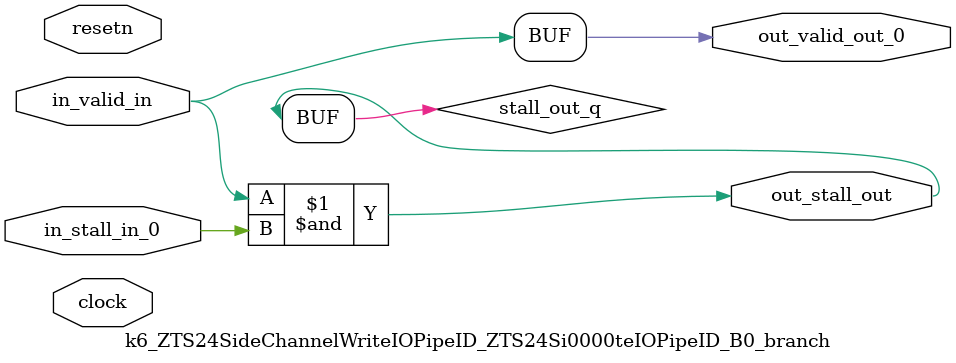
<source format=sv>



(* altera_attribute = "-name AUTO_SHIFT_REGISTER_RECOGNITION OFF; -name MESSAGE_DISABLE 10036; -name MESSAGE_DISABLE 10037; -name MESSAGE_DISABLE 14130; -name MESSAGE_DISABLE 14320; -name MESSAGE_DISABLE 15400; -name MESSAGE_DISABLE 14130; -name MESSAGE_DISABLE 10036; -name MESSAGE_DISABLE 12020; -name MESSAGE_DISABLE 12030; -name MESSAGE_DISABLE 12010; -name MESSAGE_DISABLE 12110; -name MESSAGE_DISABLE 14320; -name MESSAGE_DISABLE 13410; -name MESSAGE_DISABLE 113007; -name MESSAGE_DISABLE 10958" *)
module k6_ZTS24SideChannelWriteIOPipeID_ZTS24Si0000teIOPipeID_B0_branch (
    input wire [0:0] in_stall_in_0,
    input wire [0:0] in_valid_in,
    output wire [0:0] out_stall_out,
    output wire [0:0] out_valid_out_0,
    input wire clock,
    input wire resetn
    );

    wire [0:0] stall_out_q;


    // stall_out(LOGICAL,6)
    assign stall_out_q = in_valid_in & in_stall_in_0;

    // out_stall_out(GPOUT,4)
    assign out_stall_out = stall_out_q;

    // out_valid_out_0(GPOUT,5)
    assign out_valid_out_0 = in_valid_in;

endmodule

</source>
